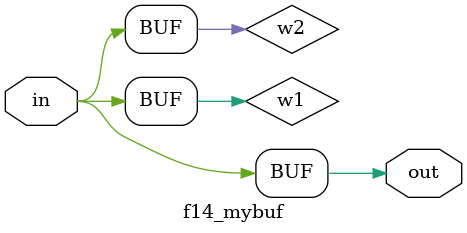
<source format=v>
module f14_mybuf(in, out);
input in;
output out;
wire w1, w2, w3, w4;
assign w1 = in;
assign w2 = w1;
assign out = w2;
endmodule
</source>
